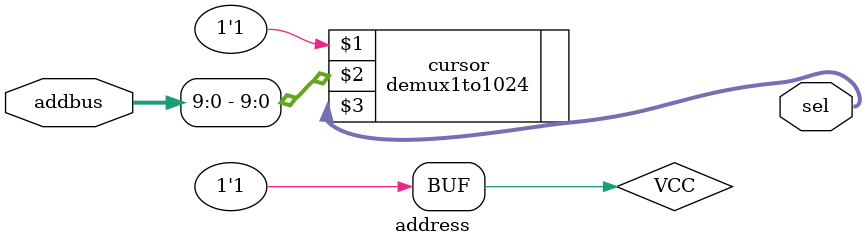
<source format=v>
module datamem (
    inout[7:0] databus,
    input [7:0] alu_out,alu_flag,
    input[1023:0] sel,                         //restricted to 1024 for faster simulation
    input[31:26] point_add,
    input clk,set,clr,rd,rd_latch,wr,alu_write,
    output[15:0] addbus,
    output[8191:0] data_vis
);  
    supply0 GND;
    genvar i;
    generate
        for(i=0;i<2;i=i+1) begin: data1
        dmword    wd(databus,clk,set,clr,rd,rd_latch,wr,sel[i],data_vis[7+8*i:8*i]);
        end
    endgenerate
    dmword_mapdout wd2(databus,alu_out,clk,set,clr,rd_latch,rd,sel[2 ],alu_write,{GND,wr},data_vis[23:16]);
    dmword_mapdout wd32(databus,alu_flag,clk,set,clr,rd_latch,rd,sel[32],alu_write,{GND,wr},data_vis[263:256]);
    generate
        for(i=3;i<26;i=i+1) begin: data2
        dmword    wd(databus,clk,set,clr,rd,rd_latch,wr,sel[i],data_vis[7+8*i:8*i]);
        end
    endgenerate
    generate
        for(i=26;i<32;i=i+2) begin: data3
        dmwordptr  wd(databus,clk,set,clr,rd,rd_latch,wr,sel[i  ],point_add[i  ],addbus[7:0] ,data_vis[ 7+8*i:8*i  ]),
                  wd1(databus,clk,set,clr,rd,rd_latch,wr,sel[i+1],point_add[i+1],addbus[15:8],data_vis[15+8*i:8+8*i]);
        end
    endgenerate
    generate
        for(i=33;i<1024;i=i+1) begin: data4
        dmword    wd(databus,clk,set,clr,rd,rd_latch,wr,sel[i],data_vis[7+8*i:8*i]);
        end
    endgenerate
    
endmodule

module address (
    input[15:0] addbus,
    output[1023:0] sel
);
    supply1 VCC;
    demux1to1024 cursor(VCC,addbus[9:0],sel);   //restricted to 1024 for faster simulation
endmodule
</source>
